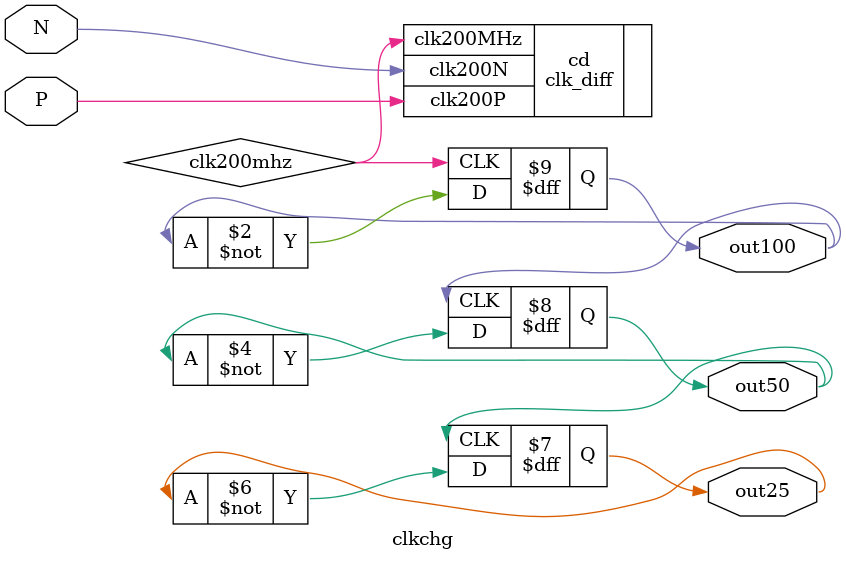
<source format=v>
`timescale 1ns / 1ps
module clkchg(
    input N,
    input P,
    output reg out100,
	 output reg out50,
	 output reg out25
    );
	 
	wire clk200mhz;
	 
	clk_diff cd(.clk200P(P), .clk200N(N), .clk200MHz(clk200mhz));
	
	always@(posedge clk200mhz)begin
		out100 = ~out100;
	end

	always@(posedge out100)begin
		out50 = ~out50;
	end
	
	always@(posedge out50)begin
		out25 = ~out25;
	end

endmodule

</source>
